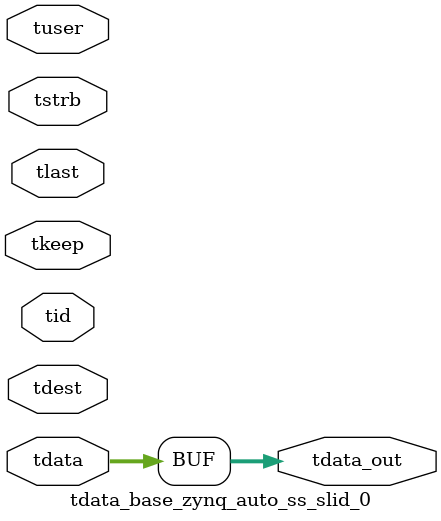
<source format=v>


`timescale 1ps/1ps

module tdata_base_zynq_auto_ss_slid_0 #
(
parameter C_S_AXIS_TDATA_WIDTH = 32,
parameter C_S_AXIS_TUSER_WIDTH = 0,
parameter C_S_AXIS_TID_WIDTH   = 0,
parameter C_S_AXIS_TDEST_WIDTH = 0,
parameter C_M_AXIS_TDATA_WIDTH = 32
)
(
input  [(C_S_AXIS_TDATA_WIDTH == 0 ? 1 : C_S_AXIS_TDATA_WIDTH)-1:0     ] tdata,
input  [(C_S_AXIS_TUSER_WIDTH == 0 ? 1 : C_S_AXIS_TUSER_WIDTH)-1:0     ] tuser,
input  [(C_S_AXIS_TID_WIDTH   == 0 ? 1 : C_S_AXIS_TID_WIDTH)-1:0       ] tid,
input  [(C_S_AXIS_TDEST_WIDTH == 0 ? 1 : C_S_AXIS_TDEST_WIDTH)-1:0     ] tdest,
input  [(C_S_AXIS_TDATA_WIDTH/8)-1:0 ] tkeep,
input  [(C_S_AXIS_TDATA_WIDTH/8)-1:0 ] tstrb,
input                                                                    tlast,
output [C_M_AXIS_TDATA_WIDTH-1:0] tdata_out
);

assign tdata_out = {tdata[31:0]};

endmodule


</source>
